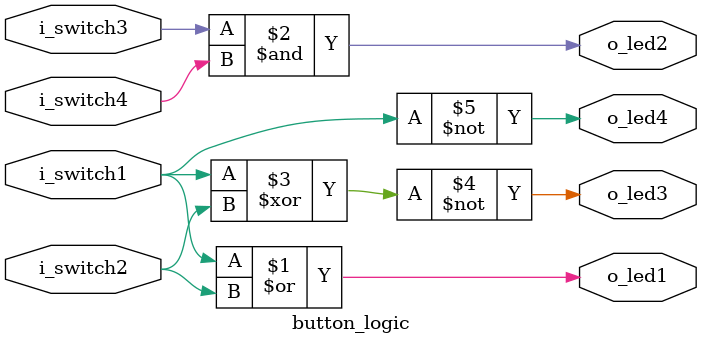
<source format=v>
module button_logic (
    input  wire i_switch1, i_switch2, i_switch3, i_switch4,
    output wire o_led1, o_led2, o_led3, o_led4
);
    // LED1: ON when BOTH sw1 AND sw2 are pressed (active-low)
    assign o_led1 = i_switch1 | i_switch2;

    // LED2: ON when EITHER sw3 OR sw4 is pressed
    assign o_led2 = i_switch3 & i_switch4;

    // LED3: XOR — on when exactly one of sw1,sw2 is pressed
    assign o_led3 = ~(i_switch1 ^ i_switch2);

    // LED4: Inverted sw1
    assign o_led4 = ~i_switch1;
endmodule

</source>
